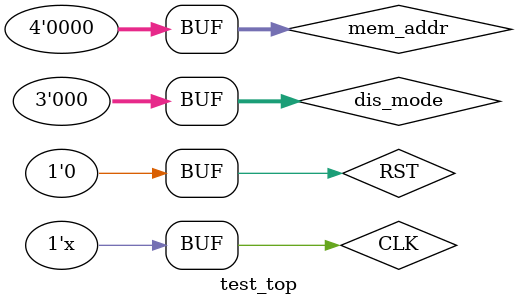
<source format=v>
`timescale 1ns / 1ps
module test_top( );
    reg RST;
    reg CLK;
    reg [3:0] mem_addr;
    reg [2:0] dis_mode;
    reg swi_halt,swi_go;
    reg [1:0]swi_freq;
    wire [7:0] seg;
    wire [7:0] an;
    TopLayer test_toplayer(
    	.RST(RST),.CLK(CLK),.mem_addr(mem_addr),
    	.dis_mode(dis_mode),.swi_halt(swi_halt),
    	.swi_go(swi_go),.swi_freq(swi_freq),
    	.seg(seg),.an(an)
    	);
    always begin
    	#5 CLK <= ~CLK;
    end
    initial begin
//    	swi_freq = 3;
    	RST = 1;
    	CLK = 0;
    	mem_addr = 0;
    	dis_mode = 0;
//    	swi_halt = 0;
//    	swi_go = 1;
    	#15 RST = 0;
//    	#60 RST = 1;
//    	#15 RST = 0;
    end
endmodule

</source>
